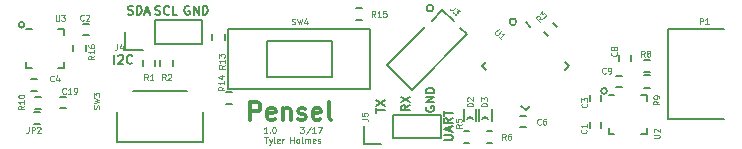
<source format=gbr>
G04 #@! TF.GenerationSoftware,KiCad,Pcbnew,(2016-12-18 revision 3ffa37c)-master*
G04 #@! TF.CreationDate,2017-03-26T15:10:27-07:00*
G04 #@! TF.ProjectId,Pensel,50656E73656C2E6B696361645F706362,rev?*
G04 #@! TF.FileFunction,Legend,Top*
G04 #@! TF.FilePolarity,Positive*
%FSLAX46Y46*%
G04 Gerber Fmt 4.6, Leading zero omitted, Abs format (unit mm)*
G04 Created by KiCad (PCBNEW (2016-12-18 revision 3ffa37c)-master) date Sunday, March 26, 2017 'PMt' 03:10:27 PM*
%MOMM*%
%LPD*%
G01*
G04 APERTURE LIST*
%ADD10C,0.100000*%
%ADD11C,0.300000*%
%ADD12C,0.150000*%
%ADD13C,0.200000*%
%ADD14C,0.075000*%
G04 APERTURE END LIST*
D10*
X71532142Y-149951190D02*
X71246428Y-149951190D01*
X71389285Y-149951190D02*
X71389285Y-149451190D01*
X71341666Y-149522619D01*
X71294047Y-149570238D01*
X71246428Y-149594047D01*
X71746428Y-149903571D02*
X71770238Y-149927380D01*
X71746428Y-149951190D01*
X71722619Y-149927380D01*
X71746428Y-149903571D01*
X71746428Y-149951190D01*
X72079761Y-149451190D02*
X72127380Y-149451190D01*
X72175000Y-149475000D01*
X72198809Y-149498809D01*
X72222619Y-149546428D01*
X72246428Y-149641666D01*
X72246428Y-149760714D01*
X72222619Y-149855952D01*
X72198809Y-149903571D01*
X72175000Y-149927380D01*
X72127380Y-149951190D01*
X72079761Y-149951190D01*
X72032142Y-149927380D01*
X72008333Y-149903571D01*
X71984523Y-149855952D01*
X71960714Y-149760714D01*
X71960714Y-149641666D01*
X71984523Y-149546428D01*
X72008333Y-149498809D01*
X72032142Y-149475000D01*
X72079761Y-149451190D01*
X74317857Y-149451190D02*
X74627380Y-149451190D01*
X74460714Y-149641666D01*
X74532142Y-149641666D01*
X74579761Y-149665476D01*
X74603571Y-149689285D01*
X74627380Y-149736904D01*
X74627380Y-149855952D01*
X74603571Y-149903571D01*
X74579761Y-149927380D01*
X74532142Y-149951190D01*
X74389285Y-149951190D01*
X74341666Y-149927380D01*
X74317857Y-149903571D01*
X75198809Y-149427380D02*
X74770238Y-150070238D01*
X75627380Y-149951190D02*
X75341666Y-149951190D01*
X75484523Y-149951190D02*
X75484523Y-149451190D01*
X75436904Y-149522619D01*
X75389285Y-149570238D01*
X75341666Y-149594047D01*
X75794047Y-149451190D02*
X76127380Y-149451190D01*
X75913095Y-149951190D01*
X71282142Y-150301190D02*
X71567857Y-150301190D01*
X71425000Y-150801190D02*
X71425000Y-150301190D01*
X71686904Y-150467857D02*
X71805952Y-150801190D01*
X71925000Y-150467857D02*
X71805952Y-150801190D01*
X71758333Y-150920238D01*
X71734523Y-150944047D01*
X71686904Y-150967857D01*
X72186904Y-150801190D02*
X72139285Y-150777380D01*
X72115476Y-150729761D01*
X72115476Y-150301190D01*
X72567857Y-150777380D02*
X72520238Y-150801190D01*
X72425000Y-150801190D01*
X72377380Y-150777380D01*
X72353571Y-150729761D01*
X72353571Y-150539285D01*
X72377380Y-150491666D01*
X72425000Y-150467857D01*
X72520238Y-150467857D01*
X72567857Y-150491666D01*
X72591666Y-150539285D01*
X72591666Y-150586904D01*
X72353571Y-150634523D01*
X72805952Y-150801190D02*
X72805952Y-150467857D01*
X72805952Y-150563095D02*
X72829761Y-150515476D01*
X72853571Y-150491666D01*
X72901190Y-150467857D01*
X72948809Y-150467857D01*
X73496428Y-150801190D02*
X73496428Y-150301190D01*
X73496428Y-150539285D02*
X73782142Y-150539285D01*
X73782142Y-150801190D02*
X73782142Y-150301190D01*
X74091666Y-150801190D02*
X74044047Y-150777380D01*
X74020238Y-150753571D01*
X73996428Y-150705952D01*
X73996428Y-150563095D01*
X74020238Y-150515476D01*
X74044047Y-150491666D01*
X74091666Y-150467857D01*
X74163095Y-150467857D01*
X74210714Y-150491666D01*
X74234523Y-150515476D01*
X74258333Y-150563095D01*
X74258333Y-150705952D01*
X74234523Y-150753571D01*
X74210714Y-150777380D01*
X74163095Y-150801190D01*
X74091666Y-150801190D01*
X74544047Y-150801190D02*
X74496428Y-150777380D01*
X74472619Y-150729761D01*
X74472619Y-150301190D01*
X74734523Y-150801190D02*
X74734523Y-150467857D01*
X74734523Y-150515476D02*
X74758333Y-150491666D01*
X74805952Y-150467857D01*
X74877380Y-150467857D01*
X74925000Y-150491666D01*
X74948809Y-150539285D01*
X74948809Y-150801190D01*
X74948809Y-150539285D02*
X74972619Y-150491666D01*
X75020238Y-150467857D01*
X75091666Y-150467857D01*
X75139285Y-150491666D01*
X75163095Y-150539285D01*
X75163095Y-150801190D01*
X75591666Y-150777380D02*
X75544047Y-150801190D01*
X75448809Y-150801190D01*
X75401190Y-150777380D01*
X75377380Y-150729761D01*
X75377380Y-150539285D01*
X75401190Y-150491666D01*
X75448809Y-150467857D01*
X75544047Y-150467857D01*
X75591666Y-150491666D01*
X75615476Y-150539285D01*
X75615476Y-150586904D01*
X75377380Y-150634523D01*
X75805952Y-150777380D02*
X75853571Y-150801190D01*
X75948809Y-150801190D01*
X75996428Y-150777380D01*
X76020238Y-150729761D01*
X76020238Y-150705952D01*
X75996428Y-150658333D01*
X75948809Y-150634523D01*
X75877380Y-150634523D01*
X75829761Y-150610714D01*
X75805952Y-150563095D01*
X75805952Y-150539285D01*
X75829761Y-150491666D01*
X75877380Y-150467857D01*
X75948809Y-150467857D01*
X75996428Y-150491666D01*
D11*
X70092857Y-148853571D02*
X70092857Y-147353571D01*
X70664285Y-147353571D01*
X70807142Y-147425000D01*
X70878571Y-147496428D01*
X70950000Y-147639285D01*
X70950000Y-147853571D01*
X70878571Y-147996428D01*
X70807142Y-148067857D01*
X70664285Y-148139285D01*
X70092857Y-148139285D01*
X72164285Y-148782142D02*
X72021428Y-148853571D01*
X71735714Y-148853571D01*
X71592857Y-148782142D01*
X71521428Y-148639285D01*
X71521428Y-148067857D01*
X71592857Y-147925000D01*
X71735714Y-147853571D01*
X72021428Y-147853571D01*
X72164285Y-147925000D01*
X72235714Y-148067857D01*
X72235714Y-148210714D01*
X71521428Y-148353571D01*
X72878571Y-147853571D02*
X72878571Y-148853571D01*
X72878571Y-147996428D02*
X72950000Y-147925000D01*
X73092857Y-147853571D01*
X73307142Y-147853571D01*
X73450000Y-147925000D01*
X73521428Y-148067857D01*
X73521428Y-148853571D01*
X74164285Y-148782142D02*
X74307142Y-148853571D01*
X74592857Y-148853571D01*
X74735714Y-148782142D01*
X74807142Y-148639285D01*
X74807142Y-148567857D01*
X74735714Y-148425000D01*
X74592857Y-148353571D01*
X74378571Y-148353571D01*
X74235714Y-148282142D01*
X74164285Y-148139285D01*
X74164285Y-148067857D01*
X74235714Y-147925000D01*
X74378571Y-147853571D01*
X74592857Y-147853571D01*
X74735714Y-147925000D01*
X76021428Y-148782142D02*
X75878571Y-148853571D01*
X75592857Y-148853571D01*
X75450000Y-148782142D01*
X75378571Y-148639285D01*
X75378571Y-148067857D01*
X75450000Y-147925000D01*
X75592857Y-147853571D01*
X75878571Y-147853571D01*
X76021428Y-147925000D01*
X76092857Y-148067857D01*
X76092857Y-148210714D01*
X75378571Y-148353571D01*
X76950000Y-148853571D02*
X76807142Y-148782142D01*
X76735714Y-148639285D01*
X76735714Y-147353571D01*
D12*
X64928571Y-139225000D02*
X64857142Y-139189285D01*
X64750000Y-139189285D01*
X64642857Y-139225000D01*
X64571428Y-139296428D01*
X64535714Y-139367857D01*
X64500000Y-139510714D01*
X64500000Y-139617857D01*
X64535714Y-139760714D01*
X64571428Y-139832142D01*
X64642857Y-139903571D01*
X64750000Y-139939285D01*
X64821428Y-139939285D01*
X64928571Y-139903571D01*
X64964285Y-139867857D01*
X64964285Y-139617857D01*
X64821428Y-139617857D01*
X65285714Y-139939285D02*
X65285714Y-139189285D01*
X65714285Y-139939285D01*
X65714285Y-139189285D01*
X66071428Y-139939285D02*
X66071428Y-139189285D01*
X66250000Y-139189285D01*
X66357142Y-139225000D01*
X66428571Y-139296428D01*
X66464285Y-139367857D01*
X66500000Y-139510714D01*
X66500000Y-139617857D01*
X66464285Y-139760714D01*
X66428571Y-139832142D01*
X66357142Y-139903571D01*
X66250000Y-139939285D01*
X66071428Y-139939285D01*
X62057142Y-139928571D02*
X62164285Y-139964285D01*
X62342857Y-139964285D01*
X62414285Y-139928571D01*
X62450000Y-139892857D01*
X62485714Y-139821428D01*
X62485714Y-139750000D01*
X62450000Y-139678571D01*
X62414285Y-139642857D01*
X62342857Y-139607142D01*
X62200000Y-139571428D01*
X62128571Y-139535714D01*
X62092857Y-139500000D01*
X62057142Y-139428571D01*
X62057142Y-139357142D01*
X62092857Y-139285714D01*
X62128571Y-139250000D01*
X62200000Y-139214285D01*
X62378571Y-139214285D01*
X62485714Y-139250000D01*
X63235714Y-139892857D02*
X63200000Y-139928571D01*
X63092857Y-139964285D01*
X63021428Y-139964285D01*
X62914285Y-139928571D01*
X62842857Y-139857142D01*
X62807142Y-139785714D01*
X62771428Y-139642857D01*
X62771428Y-139535714D01*
X62807142Y-139392857D01*
X62842857Y-139321428D01*
X62914285Y-139250000D01*
X63021428Y-139214285D01*
X63092857Y-139214285D01*
X63200000Y-139250000D01*
X63235714Y-139285714D01*
X63914285Y-139964285D02*
X63557142Y-139964285D01*
X63557142Y-139214285D01*
X59739285Y-139903571D02*
X59846428Y-139939285D01*
X60025000Y-139939285D01*
X60096428Y-139903571D01*
X60132142Y-139867857D01*
X60167857Y-139796428D01*
X60167857Y-139725000D01*
X60132142Y-139653571D01*
X60096428Y-139617857D01*
X60025000Y-139582142D01*
X59882142Y-139546428D01*
X59810714Y-139510714D01*
X59775000Y-139475000D01*
X59739285Y-139403571D01*
X59739285Y-139332142D01*
X59775000Y-139260714D01*
X59810714Y-139225000D01*
X59882142Y-139189285D01*
X60060714Y-139189285D01*
X60167857Y-139225000D01*
X60489285Y-139939285D02*
X60489285Y-139189285D01*
X60667857Y-139189285D01*
X60775000Y-139225000D01*
X60846428Y-139296428D01*
X60882142Y-139367857D01*
X60917857Y-139510714D01*
X60917857Y-139617857D01*
X60882142Y-139760714D01*
X60846428Y-139832142D01*
X60775000Y-139903571D01*
X60667857Y-139939285D01*
X60489285Y-139939285D01*
X61203571Y-139725000D02*
X61560714Y-139725000D01*
X61132142Y-139939285D02*
X61382142Y-139189285D01*
X61632142Y-139939285D01*
X58592857Y-144114285D02*
X58592857Y-143364285D01*
X58914285Y-143435714D02*
X58950000Y-143400000D01*
X59021428Y-143364285D01*
X59200000Y-143364285D01*
X59271428Y-143400000D01*
X59307142Y-143435714D01*
X59342857Y-143507142D01*
X59342857Y-143578571D01*
X59307142Y-143685714D01*
X58878571Y-144114285D01*
X59342857Y-144114285D01*
X60092857Y-144042857D02*
X60057142Y-144078571D01*
X59950000Y-144114285D01*
X59878571Y-144114285D01*
X59771428Y-144078571D01*
X59700000Y-144007142D01*
X59664285Y-143935714D01*
X59628571Y-143792857D01*
X59628571Y-143685714D01*
X59664285Y-143542857D01*
X59700000Y-143471428D01*
X59771428Y-143400000D01*
X59878571Y-143364285D01*
X59950000Y-143364285D01*
X60057142Y-143400000D01*
X60092857Y-143435714D01*
X84975000Y-147721428D02*
X84939285Y-147792857D01*
X84939285Y-147900000D01*
X84975000Y-148007142D01*
X85046428Y-148078571D01*
X85117857Y-148114285D01*
X85260714Y-148150000D01*
X85367857Y-148150000D01*
X85510714Y-148114285D01*
X85582142Y-148078571D01*
X85653571Y-148007142D01*
X85689285Y-147900000D01*
X85689285Y-147828571D01*
X85653571Y-147721428D01*
X85617857Y-147685714D01*
X85367857Y-147685714D01*
X85367857Y-147828571D01*
X85689285Y-147364285D02*
X84939285Y-147364285D01*
X85689285Y-146935714D01*
X84939285Y-146935714D01*
X85689285Y-146578571D02*
X84939285Y-146578571D01*
X84939285Y-146400000D01*
X84975000Y-146292857D01*
X85046428Y-146221428D01*
X85117857Y-146185714D01*
X85260714Y-146150000D01*
X85367857Y-146150000D01*
X85510714Y-146185714D01*
X85582142Y-146221428D01*
X85653571Y-146292857D01*
X85689285Y-146400000D01*
X85689285Y-146578571D01*
X83589285Y-147625000D02*
X83232142Y-147875000D01*
X83589285Y-148053571D02*
X82839285Y-148053571D01*
X82839285Y-147767857D01*
X82875000Y-147696428D01*
X82910714Y-147660714D01*
X82982142Y-147625000D01*
X83089285Y-147625000D01*
X83160714Y-147660714D01*
X83196428Y-147696428D01*
X83232142Y-147767857D01*
X83232142Y-148053571D01*
X82839285Y-147375000D02*
X83589285Y-146875000D01*
X82839285Y-146875000D02*
X83589285Y-147375000D01*
X80764285Y-148246428D02*
X80764285Y-147817857D01*
X81514285Y-148032142D02*
X80764285Y-148032142D01*
X80764285Y-147639285D02*
X81514285Y-147139285D01*
X80764285Y-147139285D02*
X81514285Y-147639285D01*
X86464285Y-150571428D02*
X87071428Y-150571428D01*
X87142857Y-150535714D01*
X87178571Y-150500000D01*
X87214285Y-150428571D01*
X87214285Y-150285714D01*
X87178571Y-150214285D01*
X87142857Y-150178571D01*
X87071428Y-150142857D01*
X86464285Y-150142857D01*
X87000000Y-149821428D02*
X87000000Y-149464285D01*
X87214285Y-149892857D02*
X86464285Y-149642857D01*
X87214285Y-149392857D01*
X87214285Y-148714285D02*
X86857142Y-148964285D01*
X87214285Y-149142857D02*
X86464285Y-149142857D01*
X86464285Y-148857142D01*
X86500000Y-148785714D01*
X86535714Y-148750000D01*
X86607142Y-148714285D01*
X86714285Y-148714285D01*
X86785714Y-148750000D01*
X86821428Y-148785714D01*
X86857142Y-148857142D01*
X86857142Y-149142857D01*
X86464285Y-148500000D02*
X86464285Y-148071428D01*
X87214285Y-148285714D02*
X86464285Y-148285714D01*
D13*
X92607843Y-140550000D02*
G75*
G03X92607843Y-140550000I-282843J0D01*
G01*
X85582843Y-139400000D02*
G75*
G03X85582843Y-139400000I-282843J0D01*
G01*
D12*
X105500000Y-148800000D02*
X110200000Y-148800000D01*
X110200000Y-141200000D02*
X105500000Y-141200000D01*
X105500000Y-141200000D02*
X105500000Y-148800000D01*
X90100000Y-150825000D02*
X90600000Y-150825000D01*
X90600000Y-149775000D02*
X90100000Y-149775000D01*
X97112311Y-144300000D02*
X96741080Y-144671231D01*
X89687689Y-144300000D02*
X90058920Y-143928769D01*
X93400000Y-148012311D02*
X93771231Y-147641080D01*
X93400000Y-140587689D02*
X93771231Y-140958920D01*
X89687689Y-144300000D02*
X90058920Y-144671231D01*
X93400000Y-148012311D02*
X93028769Y-147641080D01*
X97112311Y-144300000D02*
X96741080Y-143928769D01*
X50975000Y-140800000D02*
G75*
G03X50975000Y-140800000I-250000J0D01*
G01*
X54350000Y-141175000D02*
X53850000Y-141175000D01*
X54350000Y-144425000D02*
X53850000Y-144425000D01*
X51100000Y-144425000D02*
X51600000Y-144425000D01*
X51100000Y-141175000D02*
X51600000Y-141175000D01*
X54350000Y-144425000D02*
X54350000Y-143925000D01*
X51100000Y-144425000D02*
X51100000Y-143925000D01*
X54350000Y-141175000D02*
X54350000Y-141675000D01*
X88150000Y-150825000D02*
X88650000Y-150825000D01*
X88650000Y-149775000D02*
X88150000Y-149775000D01*
X79700000Y-150900000D02*
X79700000Y-149400000D01*
X81200000Y-150900000D02*
X79700000Y-150900000D01*
X86200000Y-150400000D02*
X82200000Y-150400000D01*
X86200000Y-148400000D02*
X86200000Y-150400000D01*
X82200000Y-148400000D02*
X86200000Y-148400000D01*
X82200000Y-150400000D02*
X82200000Y-148400000D01*
X94976992Y-141419454D02*
X95330546Y-141773008D01*
X96073008Y-141030546D02*
X95719454Y-140676992D01*
X103675000Y-146775000D02*
X103675000Y-147275000D01*
X100425000Y-150025000D02*
X100425000Y-149525000D01*
X103675000Y-150025000D02*
X103675000Y-149525000D01*
X100425000Y-146775000D02*
X100925000Y-146775000D01*
X100425000Y-150025000D02*
X100925000Y-150025000D01*
X103675000Y-150025000D02*
X103175000Y-150025000D01*
X103675000Y-146775000D02*
X103175000Y-146775000D01*
X100300000Y-146400000D02*
G75*
G03X100300000Y-146400000I-250000J0D01*
G01*
X102295000Y-143860000D02*
X102295000Y-143360000D01*
X101345000Y-143360000D02*
X101345000Y-143860000D01*
X66097000Y-150720000D02*
X58800000Y-150720000D01*
X58800000Y-150720000D02*
X58800000Y-148150000D01*
X64700000Y-146420000D02*
X60200000Y-146420000D01*
X66097000Y-150720000D02*
X66097000Y-148150000D01*
X68200000Y-146200000D02*
X80200000Y-146200000D01*
X80200000Y-146200000D02*
X80200000Y-141200000D01*
X80200000Y-141200000D02*
X68200000Y-141200000D01*
X68200000Y-141200000D02*
X68200000Y-146200000D01*
X71500000Y-145200000D02*
X77000000Y-145200000D01*
X77000000Y-145200000D02*
X77000000Y-142200000D01*
X77000000Y-142200000D02*
X71500000Y-142200000D01*
X71500000Y-142200000D02*
X71500000Y-145200000D01*
X98825000Y-149050000D02*
X98825000Y-149550000D01*
X99775000Y-149550000D02*
X99775000Y-149050000D01*
X55950000Y-141675000D02*
X56450000Y-141675000D01*
X56450000Y-140725000D02*
X55950000Y-140725000D01*
X99775000Y-147250000D02*
X99775000Y-146750000D01*
X98825000Y-146750000D02*
X98825000Y-147250000D01*
X52050000Y-145425000D02*
X51550000Y-145425000D01*
X51550000Y-146375000D02*
X52050000Y-146375000D01*
X92950000Y-149475000D02*
X93450000Y-149475000D01*
X93450000Y-148525000D02*
X92950000Y-148525000D01*
X101025000Y-146075000D02*
X101525000Y-146075000D01*
X101525000Y-145125000D02*
X101025000Y-145125000D01*
X54450000Y-146925000D02*
X53950000Y-146925000D01*
X53950000Y-147875000D02*
X54450000Y-147875000D01*
X88700000Y-148600000D02*
X88450000Y-148800000D01*
X88950000Y-148800000D02*
X88700000Y-148600000D01*
X89225000Y-148950000D02*
X89225000Y-147900000D01*
X88175000Y-148950000D02*
X88175000Y-147900000D01*
X89475000Y-148950000D02*
X89475000Y-147900000D01*
X90525000Y-148950000D02*
X90525000Y-147900000D01*
X90250000Y-148800000D02*
X90000000Y-148600000D01*
X90000000Y-148600000D02*
X89750000Y-148800000D01*
X88446661Y-141623188D02*
X87880975Y-141057502D01*
X83744401Y-146325448D02*
X88446661Y-141623188D01*
X83744401Y-146325448D02*
X81658436Y-144239483D01*
X81658436Y-144239483D02*
X84875771Y-141022147D01*
X87315290Y-140491817D02*
X86360696Y-139537223D01*
X86360696Y-139537223D02*
X85441457Y-140456462D01*
X62000000Y-142400000D02*
X62000000Y-140400000D01*
X62000000Y-140400000D02*
X66000000Y-140400000D01*
X66000000Y-140400000D02*
X66000000Y-142400000D01*
X66000000Y-142400000D02*
X62000000Y-142400000D01*
X61000000Y-142900000D02*
X59500000Y-142900000D01*
X59500000Y-142900000D02*
X59500000Y-141400000D01*
X62025000Y-144250000D02*
X62025000Y-143750000D01*
X60975000Y-143750000D02*
X60975000Y-144250000D01*
X62475000Y-143750000D02*
X62475000Y-144250000D01*
X63525000Y-144250000D02*
X63525000Y-143750000D01*
X103940000Y-143745000D02*
X103440000Y-143745000D01*
X103440000Y-144795000D02*
X103940000Y-144795000D01*
X103440000Y-146115000D02*
X103940000Y-146115000D01*
X103940000Y-145065000D02*
X103440000Y-145065000D01*
X51850000Y-147925000D02*
X52350000Y-147925000D01*
X52350000Y-146875000D02*
X51850000Y-146875000D01*
X66875000Y-141600000D02*
X66875000Y-142100000D01*
X67925000Y-142100000D02*
X67925000Y-141600000D01*
X68050000Y-147525000D02*
X68550000Y-147525000D01*
X68550000Y-146475000D02*
X68050000Y-146475000D01*
X79550000Y-139375000D02*
X79050000Y-139375000D01*
X79050000Y-140425000D02*
X79550000Y-140425000D01*
X51800000Y-149225000D02*
X52300000Y-149225000D01*
X52300000Y-148175000D02*
X51800000Y-148175000D01*
X56175000Y-143000000D02*
X56175000Y-142500000D01*
X55125000Y-142500000D02*
X55125000Y-143000000D01*
D14*
X108130952Y-140726190D02*
X108130952Y-140226190D01*
X108321428Y-140226190D01*
X108369047Y-140250000D01*
X108392857Y-140273809D01*
X108416666Y-140321428D01*
X108416666Y-140392857D01*
X108392857Y-140440476D01*
X108369047Y-140464285D01*
X108321428Y-140488095D01*
X108130952Y-140488095D01*
X108892857Y-140726190D02*
X108607142Y-140726190D01*
X108750000Y-140726190D02*
X108750000Y-140226190D01*
X108702380Y-140297619D01*
X108654761Y-140345238D01*
X108607142Y-140369047D01*
X91716666Y-150526190D02*
X91550000Y-150288095D01*
X91430952Y-150526190D02*
X91430952Y-150026190D01*
X91621428Y-150026190D01*
X91669047Y-150050000D01*
X91692857Y-150073809D01*
X91716666Y-150121428D01*
X91716666Y-150192857D01*
X91692857Y-150240476D01*
X91669047Y-150264285D01*
X91621428Y-150288095D01*
X91430952Y-150288095D01*
X92145238Y-150026190D02*
X92050000Y-150026190D01*
X92002380Y-150050000D01*
X91978571Y-150073809D01*
X91930952Y-150145238D01*
X91907142Y-150240476D01*
X91907142Y-150430952D01*
X91930952Y-150478571D01*
X91954761Y-150502380D01*
X92002380Y-150526190D01*
X92097619Y-150526190D01*
X92145238Y-150502380D01*
X92169047Y-150478571D01*
X92192857Y-150430952D01*
X92192857Y-150311904D01*
X92169047Y-150264285D01*
X92145238Y-150240476D01*
X92097619Y-150216666D01*
X92002380Y-150216666D01*
X91954761Y-150240476D01*
X91930952Y-150264285D01*
X91907142Y-150311904D01*
X91124238Y-141137013D02*
X90838028Y-141423223D01*
X90821192Y-141473730D01*
X90821192Y-141507402D01*
X90838028Y-141557910D01*
X90905372Y-141625253D01*
X90955879Y-141642089D01*
X90989551Y-141642089D01*
X91040059Y-141625253D01*
X91326269Y-141339043D01*
X91326269Y-142046150D02*
X91124238Y-141844120D01*
X91225253Y-141945135D02*
X91578807Y-141591582D01*
X91494627Y-141608417D01*
X91427284Y-141608417D01*
X91376776Y-141591582D01*
X53619047Y-139976190D02*
X53619047Y-140380952D01*
X53642857Y-140428571D01*
X53666666Y-140452380D01*
X53714285Y-140476190D01*
X53809523Y-140476190D01*
X53857142Y-140452380D01*
X53880952Y-140428571D01*
X53904761Y-140380952D01*
X53904761Y-139976190D01*
X54095238Y-139976190D02*
X54404761Y-139976190D01*
X54238095Y-140166666D01*
X54309523Y-140166666D01*
X54357142Y-140190476D01*
X54380952Y-140214285D01*
X54404761Y-140261904D01*
X54404761Y-140380952D01*
X54380952Y-140428571D01*
X54357142Y-140452380D01*
X54309523Y-140476190D01*
X54166666Y-140476190D01*
X54119047Y-140452380D01*
X54095238Y-140428571D01*
X87976190Y-149233333D02*
X87738095Y-149400000D01*
X87976190Y-149519047D02*
X87476190Y-149519047D01*
X87476190Y-149328571D01*
X87500000Y-149280952D01*
X87523809Y-149257142D01*
X87571428Y-149233333D01*
X87642857Y-149233333D01*
X87690476Y-149257142D01*
X87714285Y-149280952D01*
X87738095Y-149328571D01*
X87738095Y-149519047D01*
X87476190Y-148780952D02*
X87476190Y-149019047D01*
X87714285Y-149042857D01*
X87690476Y-149019047D01*
X87666666Y-148971428D01*
X87666666Y-148852380D01*
X87690476Y-148804761D01*
X87714285Y-148780952D01*
X87761904Y-148757142D01*
X87880952Y-148757142D01*
X87928571Y-148780952D01*
X87952380Y-148804761D01*
X87976190Y-148852380D01*
X87976190Y-148971428D01*
X87952380Y-149019047D01*
X87928571Y-149042857D01*
X79526190Y-148741666D02*
X79883333Y-148741666D01*
X79954761Y-148765476D01*
X80002380Y-148813095D01*
X80026190Y-148884523D01*
X80026190Y-148932142D01*
X79526190Y-148265476D02*
X79526190Y-148503571D01*
X79764285Y-148527380D01*
X79740476Y-148503571D01*
X79716666Y-148455952D01*
X79716666Y-148336904D01*
X79740476Y-148289285D01*
X79764285Y-148265476D01*
X79811904Y-148241666D01*
X79930952Y-148241666D01*
X79978571Y-148265476D01*
X80002380Y-148289285D01*
X80026190Y-148336904D01*
X80026190Y-148455952D01*
X80002380Y-148503571D01*
X79978571Y-148527380D01*
X94826015Y-140343866D02*
X94539805Y-140293358D01*
X94623984Y-140545896D02*
X94270431Y-140192343D01*
X94405118Y-140057656D01*
X94455625Y-140040820D01*
X94489297Y-140040820D01*
X94539805Y-140057656D01*
X94590312Y-140108164D01*
X94607148Y-140158671D01*
X94607148Y-140192343D01*
X94590312Y-140242851D01*
X94455625Y-140377538D01*
X94590312Y-139872461D02*
X94809179Y-139653595D01*
X94826015Y-139906133D01*
X94876522Y-139855625D01*
X94927030Y-139838790D01*
X94960702Y-139838790D01*
X95011209Y-139855625D01*
X95095389Y-139939805D01*
X95112225Y-139990312D01*
X95112225Y-140023984D01*
X95095389Y-140074492D01*
X94994374Y-140175507D01*
X94943866Y-140192343D01*
X94910194Y-140192343D01*
X104251190Y-150380952D02*
X104655952Y-150380952D01*
X104703571Y-150357142D01*
X104727380Y-150333333D01*
X104751190Y-150285714D01*
X104751190Y-150190476D01*
X104727380Y-150142857D01*
X104703571Y-150119047D01*
X104655952Y-150095238D01*
X104251190Y-150095238D01*
X104298809Y-149880952D02*
X104275000Y-149857142D01*
X104251190Y-149809523D01*
X104251190Y-149690476D01*
X104275000Y-149642857D01*
X104298809Y-149619047D01*
X104346428Y-149595238D01*
X104394047Y-149595238D01*
X104465476Y-149619047D01*
X104751190Y-149904761D01*
X104751190Y-149595238D01*
X101103571Y-143133333D02*
X101127380Y-143157142D01*
X101151190Y-143228571D01*
X101151190Y-143276190D01*
X101127380Y-143347619D01*
X101079761Y-143395238D01*
X101032142Y-143419047D01*
X100936904Y-143442857D01*
X100865476Y-143442857D01*
X100770238Y-143419047D01*
X100722619Y-143395238D01*
X100675000Y-143347619D01*
X100651190Y-143276190D01*
X100651190Y-143228571D01*
X100675000Y-143157142D01*
X100698809Y-143133333D01*
X100865476Y-142847619D02*
X100841666Y-142895238D01*
X100817857Y-142919047D01*
X100770238Y-142942857D01*
X100746428Y-142942857D01*
X100698809Y-142919047D01*
X100675000Y-142895238D01*
X100651190Y-142847619D01*
X100651190Y-142752380D01*
X100675000Y-142704761D01*
X100698809Y-142680952D01*
X100746428Y-142657142D01*
X100770238Y-142657142D01*
X100817857Y-142680952D01*
X100841666Y-142704761D01*
X100865476Y-142752380D01*
X100865476Y-142847619D01*
X100889285Y-142895238D01*
X100913095Y-142919047D01*
X100960714Y-142942857D01*
X101055952Y-142942857D01*
X101103571Y-142919047D01*
X101127380Y-142895238D01*
X101151190Y-142847619D01*
X101151190Y-142752380D01*
X101127380Y-142704761D01*
X101103571Y-142680952D01*
X101055952Y-142657142D01*
X100960714Y-142657142D01*
X100913095Y-142680952D01*
X100889285Y-142704761D01*
X100865476Y-142752380D01*
X57302380Y-147916666D02*
X57326190Y-147845238D01*
X57326190Y-147726190D01*
X57302380Y-147678571D01*
X57278571Y-147654761D01*
X57230952Y-147630952D01*
X57183333Y-147630952D01*
X57135714Y-147654761D01*
X57111904Y-147678571D01*
X57088095Y-147726190D01*
X57064285Y-147821428D01*
X57040476Y-147869047D01*
X57016666Y-147892857D01*
X56969047Y-147916666D01*
X56921428Y-147916666D01*
X56873809Y-147892857D01*
X56850000Y-147869047D01*
X56826190Y-147821428D01*
X56826190Y-147702380D01*
X56850000Y-147630952D01*
X56826190Y-147464285D02*
X57326190Y-147345238D01*
X56969047Y-147250000D01*
X57326190Y-147154761D01*
X56826190Y-147035714D01*
X56826190Y-146892857D02*
X56826190Y-146583333D01*
X57016666Y-146750000D01*
X57016666Y-146678571D01*
X57040476Y-146630952D01*
X57064285Y-146607142D01*
X57111904Y-146583333D01*
X57230952Y-146583333D01*
X57278571Y-146607142D01*
X57302380Y-146630952D01*
X57326190Y-146678571D01*
X57326190Y-146821428D01*
X57302380Y-146869047D01*
X57278571Y-146892857D01*
X73608333Y-140752380D02*
X73679761Y-140776190D01*
X73798809Y-140776190D01*
X73846428Y-140752380D01*
X73870238Y-140728571D01*
X73894047Y-140680952D01*
X73894047Y-140633333D01*
X73870238Y-140585714D01*
X73846428Y-140561904D01*
X73798809Y-140538095D01*
X73703571Y-140514285D01*
X73655952Y-140490476D01*
X73632142Y-140466666D01*
X73608333Y-140419047D01*
X73608333Y-140371428D01*
X73632142Y-140323809D01*
X73655952Y-140300000D01*
X73703571Y-140276190D01*
X73822619Y-140276190D01*
X73894047Y-140300000D01*
X74060714Y-140276190D02*
X74179761Y-140776190D01*
X74275000Y-140419047D01*
X74370238Y-140776190D01*
X74489285Y-140276190D01*
X74894047Y-140442857D02*
X74894047Y-140776190D01*
X74775000Y-140252380D02*
X74655952Y-140609523D01*
X74965476Y-140609523D01*
X98528571Y-149683333D02*
X98552380Y-149707142D01*
X98576190Y-149778571D01*
X98576190Y-149826190D01*
X98552380Y-149897619D01*
X98504761Y-149945238D01*
X98457142Y-149969047D01*
X98361904Y-149992857D01*
X98290476Y-149992857D01*
X98195238Y-149969047D01*
X98147619Y-149945238D01*
X98100000Y-149897619D01*
X98076190Y-149826190D01*
X98076190Y-149778571D01*
X98100000Y-149707142D01*
X98123809Y-149683333D01*
X98576190Y-149207142D02*
X98576190Y-149492857D01*
X98576190Y-149350000D02*
X98076190Y-149350000D01*
X98147619Y-149397619D01*
X98195238Y-149445238D01*
X98219047Y-149492857D01*
X55991666Y-140403571D02*
X55967857Y-140427380D01*
X55896428Y-140451190D01*
X55848809Y-140451190D01*
X55777380Y-140427380D01*
X55729761Y-140379761D01*
X55705952Y-140332142D01*
X55682142Y-140236904D01*
X55682142Y-140165476D01*
X55705952Y-140070238D01*
X55729761Y-140022619D01*
X55777380Y-139975000D01*
X55848809Y-139951190D01*
X55896428Y-139951190D01*
X55967857Y-139975000D01*
X55991666Y-139998809D01*
X56182142Y-139998809D02*
X56205952Y-139975000D01*
X56253571Y-139951190D01*
X56372619Y-139951190D01*
X56420238Y-139975000D01*
X56444047Y-139998809D01*
X56467857Y-140046428D01*
X56467857Y-140094047D01*
X56444047Y-140165476D01*
X56158333Y-140451190D01*
X56467857Y-140451190D01*
X98578571Y-147483333D02*
X98602380Y-147507142D01*
X98626190Y-147578571D01*
X98626190Y-147626190D01*
X98602380Y-147697619D01*
X98554761Y-147745238D01*
X98507142Y-147769047D01*
X98411904Y-147792857D01*
X98340476Y-147792857D01*
X98245238Y-147769047D01*
X98197619Y-147745238D01*
X98150000Y-147697619D01*
X98126190Y-147626190D01*
X98126190Y-147578571D01*
X98150000Y-147507142D01*
X98173809Y-147483333D01*
X98126190Y-147316666D02*
X98126190Y-147007142D01*
X98316666Y-147173809D01*
X98316666Y-147102380D01*
X98340476Y-147054761D01*
X98364285Y-147030952D01*
X98411904Y-147007142D01*
X98530952Y-147007142D01*
X98578571Y-147030952D01*
X98602380Y-147054761D01*
X98626190Y-147102380D01*
X98626190Y-147245238D01*
X98602380Y-147292857D01*
X98578571Y-147316666D01*
X53441666Y-145553571D02*
X53417857Y-145577380D01*
X53346428Y-145601190D01*
X53298809Y-145601190D01*
X53227380Y-145577380D01*
X53179761Y-145529761D01*
X53155952Y-145482142D01*
X53132142Y-145386904D01*
X53132142Y-145315476D01*
X53155952Y-145220238D01*
X53179761Y-145172619D01*
X53227380Y-145125000D01*
X53298809Y-145101190D01*
X53346428Y-145101190D01*
X53417857Y-145125000D01*
X53441666Y-145148809D01*
X53870238Y-145267857D02*
X53870238Y-145601190D01*
X53751190Y-145077380D02*
X53632142Y-145434523D01*
X53941666Y-145434523D01*
X94691666Y-149203571D02*
X94667857Y-149227380D01*
X94596428Y-149251190D01*
X94548809Y-149251190D01*
X94477380Y-149227380D01*
X94429761Y-149179761D01*
X94405952Y-149132142D01*
X94382142Y-149036904D01*
X94382142Y-148965476D01*
X94405952Y-148870238D01*
X94429761Y-148822619D01*
X94477380Y-148775000D01*
X94548809Y-148751190D01*
X94596428Y-148751190D01*
X94667857Y-148775000D01*
X94691666Y-148798809D01*
X95120238Y-148751190D02*
X95025000Y-148751190D01*
X94977380Y-148775000D01*
X94953571Y-148798809D01*
X94905952Y-148870238D01*
X94882142Y-148965476D01*
X94882142Y-149155952D01*
X94905952Y-149203571D01*
X94929761Y-149227380D01*
X94977380Y-149251190D01*
X95072619Y-149251190D01*
X95120238Y-149227380D01*
X95144047Y-149203571D01*
X95167857Y-149155952D01*
X95167857Y-149036904D01*
X95144047Y-148989285D01*
X95120238Y-148965476D01*
X95072619Y-148941666D01*
X94977380Y-148941666D01*
X94929761Y-148965476D01*
X94905952Y-148989285D01*
X94882142Y-149036904D01*
X100191666Y-144878571D02*
X100167857Y-144902380D01*
X100096428Y-144926190D01*
X100048809Y-144926190D01*
X99977380Y-144902380D01*
X99929761Y-144854761D01*
X99905952Y-144807142D01*
X99882142Y-144711904D01*
X99882142Y-144640476D01*
X99905952Y-144545238D01*
X99929761Y-144497619D01*
X99977380Y-144450000D01*
X100048809Y-144426190D01*
X100096428Y-144426190D01*
X100167857Y-144450000D01*
X100191666Y-144473809D01*
X100429761Y-144926190D02*
X100525000Y-144926190D01*
X100572619Y-144902380D01*
X100596428Y-144878571D01*
X100644047Y-144807142D01*
X100667857Y-144711904D01*
X100667857Y-144521428D01*
X100644047Y-144473809D01*
X100620238Y-144450000D01*
X100572619Y-144426190D01*
X100477380Y-144426190D01*
X100429761Y-144450000D01*
X100405952Y-144473809D01*
X100382142Y-144521428D01*
X100382142Y-144640476D01*
X100405952Y-144688095D01*
X100429761Y-144711904D01*
X100477380Y-144735714D01*
X100572619Y-144735714D01*
X100620238Y-144711904D01*
X100644047Y-144688095D01*
X100667857Y-144640476D01*
X54478571Y-146603571D02*
X54454761Y-146627380D01*
X54383333Y-146651190D01*
X54335714Y-146651190D01*
X54264285Y-146627380D01*
X54216666Y-146579761D01*
X54192857Y-146532142D01*
X54169047Y-146436904D01*
X54169047Y-146365476D01*
X54192857Y-146270238D01*
X54216666Y-146222619D01*
X54264285Y-146175000D01*
X54335714Y-146151190D01*
X54383333Y-146151190D01*
X54454761Y-146175000D01*
X54478571Y-146198809D01*
X54954761Y-146651190D02*
X54669047Y-146651190D01*
X54811904Y-146651190D02*
X54811904Y-146151190D01*
X54764285Y-146222619D01*
X54716666Y-146270238D01*
X54669047Y-146294047D01*
X55192857Y-146651190D02*
X55288095Y-146651190D01*
X55335714Y-146627380D01*
X55359523Y-146603571D01*
X55407142Y-146532142D01*
X55430952Y-146436904D01*
X55430952Y-146246428D01*
X55407142Y-146198809D01*
X55383333Y-146175000D01*
X55335714Y-146151190D01*
X55240476Y-146151190D01*
X55192857Y-146175000D01*
X55169047Y-146198809D01*
X55145238Y-146246428D01*
X55145238Y-146365476D01*
X55169047Y-146413095D01*
X55192857Y-146436904D01*
X55240476Y-146460714D01*
X55335714Y-146460714D01*
X55383333Y-146436904D01*
X55407142Y-146413095D01*
X55430952Y-146365476D01*
X88951190Y-147719047D02*
X88451190Y-147719047D01*
X88451190Y-147600000D01*
X88475000Y-147528571D01*
X88522619Y-147480952D01*
X88570238Y-147457142D01*
X88665476Y-147433333D01*
X88736904Y-147433333D01*
X88832142Y-147457142D01*
X88879761Y-147480952D01*
X88927380Y-147528571D01*
X88951190Y-147600000D01*
X88951190Y-147719047D01*
X88498809Y-147242857D02*
X88475000Y-147219047D01*
X88451190Y-147171428D01*
X88451190Y-147052380D01*
X88475000Y-147004761D01*
X88498809Y-146980952D01*
X88546428Y-146957142D01*
X88594047Y-146957142D01*
X88665476Y-146980952D01*
X88951190Y-147266666D01*
X88951190Y-146957142D01*
X90156190Y-147709047D02*
X89656190Y-147709047D01*
X89656190Y-147590000D01*
X89680000Y-147518571D01*
X89727619Y-147470952D01*
X89775238Y-147447142D01*
X89870476Y-147423333D01*
X89941904Y-147423333D01*
X90037142Y-147447142D01*
X90084761Y-147470952D01*
X90132380Y-147518571D01*
X90156190Y-147590000D01*
X90156190Y-147709047D01*
X89656190Y-147256666D02*
X89656190Y-146947142D01*
X89846666Y-147113809D01*
X89846666Y-147042380D01*
X89870476Y-146994761D01*
X89894285Y-146970952D01*
X89941904Y-146947142D01*
X90060952Y-146947142D01*
X90108571Y-146970952D01*
X90132380Y-146994761D01*
X90156190Y-147042380D01*
X90156190Y-147185238D01*
X90132380Y-147232857D01*
X90108571Y-147256666D01*
X87475761Y-139288536D02*
X87223223Y-139541074D01*
X87155879Y-139574746D01*
X87088536Y-139574746D01*
X87021192Y-139541074D01*
X86987521Y-139507402D01*
X87610448Y-139423223D02*
X87829314Y-139642089D01*
X87576776Y-139658925D01*
X87627284Y-139709433D01*
X87644120Y-139759940D01*
X87644120Y-139793612D01*
X87627284Y-139844120D01*
X87543104Y-139928299D01*
X87492597Y-139945135D01*
X87458925Y-139945135D01*
X87408417Y-139928299D01*
X87307402Y-139827284D01*
X87290566Y-139776776D01*
X87290566Y-139743104D01*
X58833333Y-142426190D02*
X58833333Y-142783333D01*
X58809523Y-142854761D01*
X58761904Y-142902380D01*
X58690476Y-142926190D01*
X58642857Y-142926190D01*
X59285714Y-142592857D02*
X59285714Y-142926190D01*
X59166666Y-142402380D02*
X59047619Y-142759523D01*
X59357142Y-142759523D01*
X61416666Y-145476190D02*
X61250000Y-145238095D01*
X61130952Y-145476190D02*
X61130952Y-144976190D01*
X61321428Y-144976190D01*
X61369047Y-145000000D01*
X61392857Y-145023809D01*
X61416666Y-145071428D01*
X61416666Y-145142857D01*
X61392857Y-145190476D01*
X61369047Y-145214285D01*
X61321428Y-145238095D01*
X61130952Y-145238095D01*
X61892857Y-145476190D02*
X61607142Y-145476190D01*
X61750000Y-145476190D02*
X61750000Y-144976190D01*
X61702380Y-145047619D01*
X61654761Y-145095238D01*
X61607142Y-145119047D01*
X62916666Y-145476190D02*
X62750000Y-145238095D01*
X62630952Y-145476190D02*
X62630952Y-144976190D01*
X62821428Y-144976190D01*
X62869047Y-145000000D01*
X62892857Y-145023809D01*
X62916666Y-145071428D01*
X62916666Y-145142857D01*
X62892857Y-145190476D01*
X62869047Y-145214285D01*
X62821428Y-145238095D01*
X62630952Y-145238095D01*
X63107142Y-145023809D02*
X63130952Y-145000000D01*
X63178571Y-144976190D01*
X63297619Y-144976190D01*
X63345238Y-145000000D01*
X63369047Y-145023809D01*
X63392857Y-145071428D01*
X63392857Y-145119047D01*
X63369047Y-145190476D01*
X63083333Y-145476190D01*
X63392857Y-145476190D01*
X103491666Y-143501190D02*
X103325000Y-143263095D01*
X103205952Y-143501190D02*
X103205952Y-143001190D01*
X103396428Y-143001190D01*
X103444047Y-143025000D01*
X103467857Y-143048809D01*
X103491666Y-143096428D01*
X103491666Y-143167857D01*
X103467857Y-143215476D01*
X103444047Y-143239285D01*
X103396428Y-143263095D01*
X103205952Y-143263095D01*
X103777380Y-143215476D02*
X103729761Y-143191666D01*
X103705952Y-143167857D01*
X103682142Y-143120238D01*
X103682142Y-143096428D01*
X103705952Y-143048809D01*
X103729761Y-143025000D01*
X103777380Y-143001190D01*
X103872619Y-143001190D01*
X103920238Y-143025000D01*
X103944047Y-143048809D01*
X103967857Y-143096428D01*
X103967857Y-143120238D01*
X103944047Y-143167857D01*
X103920238Y-143191666D01*
X103872619Y-143215476D01*
X103777380Y-143215476D01*
X103729761Y-143239285D01*
X103705952Y-143263095D01*
X103682142Y-143310714D01*
X103682142Y-143405952D01*
X103705952Y-143453571D01*
X103729761Y-143477380D01*
X103777380Y-143501190D01*
X103872619Y-143501190D01*
X103920238Y-143477380D01*
X103944047Y-143453571D01*
X103967857Y-143405952D01*
X103967857Y-143310714D01*
X103944047Y-143263095D01*
X103920238Y-143239285D01*
X103872619Y-143215476D01*
X104726190Y-147258333D02*
X104488095Y-147425000D01*
X104726190Y-147544047D02*
X104226190Y-147544047D01*
X104226190Y-147353571D01*
X104250000Y-147305952D01*
X104273809Y-147282142D01*
X104321428Y-147258333D01*
X104392857Y-147258333D01*
X104440476Y-147282142D01*
X104464285Y-147305952D01*
X104488095Y-147353571D01*
X104488095Y-147544047D01*
X104726190Y-147020238D02*
X104726190Y-146925000D01*
X104702380Y-146877380D01*
X104678571Y-146853571D01*
X104607142Y-146805952D01*
X104511904Y-146782142D01*
X104321428Y-146782142D01*
X104273809Y-146805952D01*
X104250000Y-146829761D01*
X104226190Y-146877380D01*
X104226190Y-146972619D01*
X104250000Y-147020238D01*
X104273809Y-147044047D01*
X104321428Y-147067857D01*
X104440476Y-147067857D01*
X104488095Y-147044047D01*
X104511904Y-147020238D01*
X104535714Y-146972619D01*
X104535714Y-146877380D01*
X104511904Y-146829761D01*
X104488095Y-146805952D01*
X104440476Y-146782142D01*
X50951190Y-147671428D02*
X50713095Y-147838095D01*
X50951190Y-147957142D02*
X50451190Y-147957142D01*
X50451190Y-147766666D01*
X50475000Y-147719047D01*
X50498809Y-147695238D01*
X50546428Y-147671428D01*
X50617857Y-147671428D01*
X50665476Y-147695238D01*
X50689285Y-147719047D01*
X50713095Y-147766666D01*
X50713095Y-147957142D01*
X50951190Y-147195238D02*
X50951190Y-147480952D01*
X50951190Y-147338095D02*
X50451190Y-147338095D01*
X50522619Y-147385714D01*
X50570238Y-147433333D01*
X50594047Y-147480952D01*
X50451190Y-146885714D02*
X50451190Y-146838095D01*
X50475000Y-146790476D01*
X50498809Y-146766666D01*
X50546428Y-146742857D01*
X50641666Y-146719047D01*
X50760714Y-146719047D01*
X50855952Y-146742857D01*
X50903571Y-146766666D01*
X50927380Y-146790476D01*
X50951190Y-146838095D01*
X50951190Y-146885714D01*
X50927380Y-146933333D01*
X50903571Y-146957142D01*
X50855952Y-146980952D01*
X50760714Y-147004761D01*
X50641666Y-147004761D01*
X50546428Y-146980952D01*
X50498809Y-146957142D01*
X50475000Y-146933333D01*
X50451190Y-146885714D01*
X67926190Y-144221428D02*
X67688095Y-144388095D01*
X67926190Y-144507142D02*
X67426190Y-144507142D01*
X67426190Y-144316666D01*
X67450000Y-144269047D01*
X67473809Y-144245238D01*
X67521428Y-144221428D01*
X67592857Y-144221428D01*
X67640476Y-144245238D01*
X67664285Y-144269047D01*
X67688095Y-144316666D01*
X67688095Y-144507142D01*
X67926190Y-143745238D02*
X67926190Y-144030952D01*
X67926190Y-143888095D02*
X67426190Y-143888095D01*
X67497619Y-143935714D01*
X67545238Y-143983333D01*
X67569047Y-144030952D01*
X67426190Y-143578571D02*
X67426190Y-143269047D01*
X67616666Y-143435714D01*
X67616666Y-143364285D01*
X67640476Y-143316666D01*
X67664285Y-143292857D01*
X67711904Y-143269047D01*
X67830952Y-143269047D01*
X67878571Y-143292857D01*
X67902380Y-143316666D01*
X67926190Y-143364285D01*
X67926190Y-143507142D01*
X67902380Y-143554761D01*
X67878571Y-143578571D01*
X67901190Y-146046428D02*
X67663095Y-146213095D01*
X67901190Y-146332142D02*
X67401190Y-146332142D01*
X67401190Y-146141666D01*
X67425000Y-146094047D01*
X67448809Y-146070238D01*
X67496428Y-146046428D01*
X67567857Y-146046428D01*
X67615476Y-146070238D01*
X67639285Y-146094047D01*
X67663095Y-146141666D01*
X67663095Y-146332142D01*
X67901190Y-145570238D02*
X67901190Y-145855952D01*
X67901190Y-145713095D02*
X67401190Y-145713095D01*
X67472619Y-145760714D01*
X67520238Y-145808333D01*
X67544047Y-145855952D01*
X67567857Y-145141666D02*
X67901190Y-145141666D01*
X67377380Y-145260714D02*
X67734523Y-145379761D01*
X67734523Y-145070238D01*
X80678571Y-140126190D02*
X80511904Y-139888095D01*
X80392857Y-140126190D02*
X80392857Y-139626190D01*
X80583333Y-139626190D01*
X80630952Y-139650000D01*
X80654761Y-139673809D01*
X80678571Y-139721428D01*
X80678571Y-139792857D01*
X80654761Y-139840476D01*
X80630952Y-139864285D01*
X80583333Y-139888095D01*
X80392857Y-139888095D01*
X81154761Y-140126190D02*
X80869047Y-140126190D01*
X81011904Y-140126190D02*
X81011904Y-139626190D01*
X80964285Y-139697619D01*
X80916666Y-139745238D01*
X80869047Y-139769047D01*
X81607142Y-139626190D02*
X81369047Y-139626190D01*
X81345238Y-139864285D01*
X81369047Y-139840476D01*
X81416666Y-139816666D01*
X81535714Y-139816666D01*
X81583333Y-139840476D01*
X81607142Y-139864285D01*
X81630952Y-139911904D01*
X81630952Y-140030952D01*
X81607142Y-140078571D01*
X81583333Y-140102380D01*
X81535714Y-140126190D01*
X81416666Y-140126190D01*
X81369047Y-140102380D01*
X81345238Y-140078571D01*
X51333333Y-149451190D02*
X51333333Y-149808333D01*
X51309523Y-149879761D01*
X51261904Y-149927380D01*
X51190476Y-149951190D01*
X51142857Y-149951190D01*
X51571428Y-149951190D02*
X51571428Y-149451190D01*
X51761904Y-149451190D01*
X51809523Y-149475000D01*
X51833333Y-149498809D01*
X51857142Y-149546428D01*
X51857142Y-149617857D01*
X51833333Y-149665476D01*
X51809523Y-149689285D01*
X51761904Y-149713095D01*
X51571428Y-149713095D01*
X52047619Y-149498809D02*
X52071428Y-149475000D01*
X52119047Y-149451190D01*
X52238095Y-149451190D01*
X52285714Y-149475000D01*
X52309523Y-149498809D01*
X52333333Y-149546428D01*
X52333333Y-149594047D01*
X52309523Y-149665476D01*
X52023809Y-149951190D01*
X52333333Y-149951190D01*
X56876190Y-143421428D02*
X56638095Y-143588095D01*
X56876190Y-143707142D02*
X56376190Y-143707142D01*
X56376190Y-143516666D01*
X56400000Y-143469047D01*
X56423809Y-143445238D01*
X56471428Y-143421428D01*
X56542857Y-143421428D01*
X56590476Y-143445238D01*
X56614285Y-143469047D01*
X56638095Y-143516666D01*
X56638095Y-143707142D01*
X56876190Y-142945238D02*
X56876190Y-143230952D01*
X56876190Y-143088095D02*
X56376190Y-143088095D01*
X56447619Y-143135714D01*
X56495238Y-143183333D01*
X56519047Y-143230952D01*
X56376190Y-142516666D02*
X56376190Y-142611904D01*
X56400000Y-142659523D01*
X56423809Y-142683333D01*
X56495238Y-142730952D01*
X56590476Y-142754761D01*
X56780952Y-142754761D01*
X56828571Y-142730952D01*
X56852380Y-142707142D01*
X56876190Y-142659523D01*
X56876190Y-142564285D01*
X56852380Y-142516666D01*
X56828571Y-142492857D01*
X56780952Y-142469047D01*
X56661904Y-142469047D01*
X56614285Y-142492857D01*
X56590476Y-142516666D01*
X56566666Y-142564285D01*
X56566666Y-142659523D01*
X56590476Y-142707142D01*
X56614285Y-142730952D01*
X56661904Y-142754761D01*
M02*

</source>
